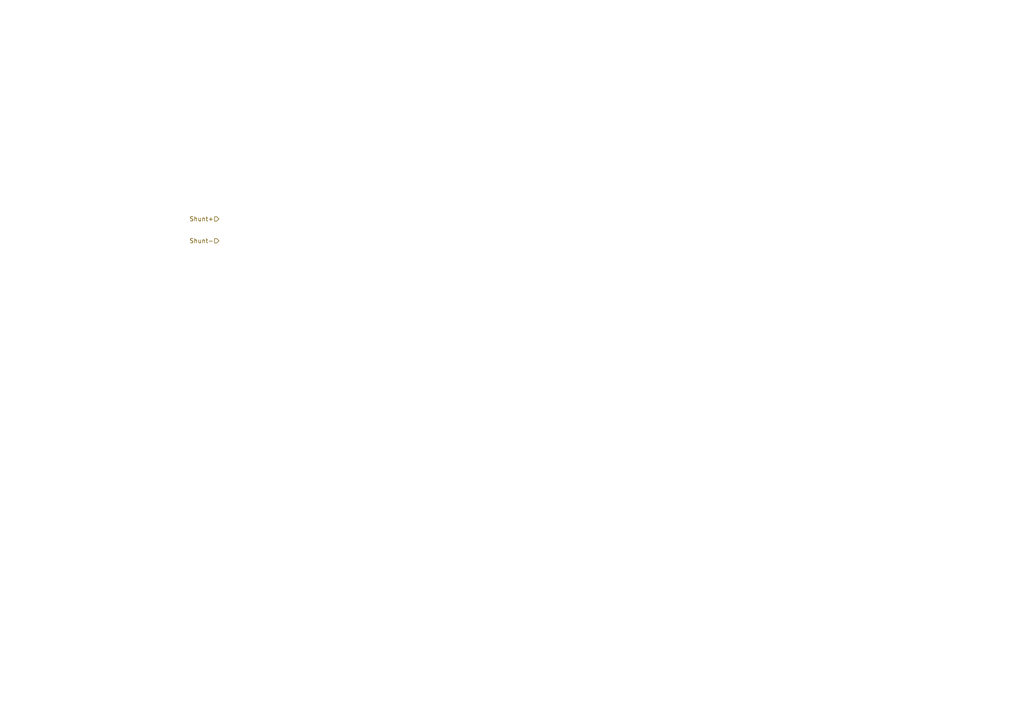
<source format=kicad_sch>
(kicad_sch
	(version 20231120)
	(generator "eeschema")
	(generator_version "8.0")
	(uuid "be8d77d4-a3f8-45de-a750-48d88f3cdf6e")
	(paper "A4")
	(lib_symbols)
	(hierarchical_label "Shunt+"
		(shape input)
		(at 63.5 63.5 180)
		(fields_autoplaced yes)
		(effects
			(font
				(size 1.27 1.27)
			)
			(justify right)
		)
		(uuid "42283ac6-ee9e-4d40-bb72-ce4eafc315de")
	)
	(hierarchical_label "Shunt-"
		(shape input)
		(at 63.5 69.85 180)
		(fields_autoplaced yes)
		(effects
			(font
				(size 1.27 1.27)
			)
			(justify right)
		)
		(uuid "4f8b863d-0a72-44b3-ab7c-66b1701bad80")
	)
)

</source>
